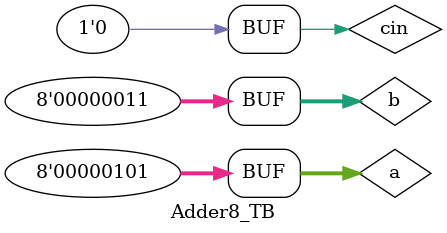
<source format=v>
`timescale 1ns/1ns
module Adder8_TB ();
	reg [7:0]a , b;
	assign a = 8'd5;
 	assign b = 8'd3;
	reg cin;
	assign cin = 0;
	wire co;
	wire [7:0] s;
	CRA_8bit adder (.A(a) , .B(b) ,.cin(cin) , .S(s) , .Co(co));
	initial begin
		#60 a = a+1;
		b = b+1;
		#60 ;
		b = b - 2;
		#60;
		a = a - 2;
		#60;
	end
endmodule
		
	

</source>
